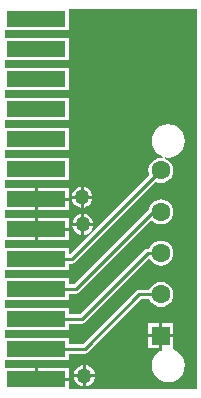
<source format=gtl>
G04*
G04 #@! TF.GenerationSoftware,Altium Limited,Altium Designer,20.0.9 (164)*
G04*
G04 Layer_Physical_Order=1*
G04 Layer_Color=255*
%FSLAX25Y25*%
%MOIN*%
G70*
G01*
G75*
%ADD10C,0.01000*%
%ADD13R,0.19685X0.05512*%
%ADD18R,0.06299X0.06299*%
%ADD19C,0.06299*%
%ADD20C,0.05000*%
G36*
X64000D02*
X21342D01*
Y2656D01*
X10500D01*
Y3156D01*
X10000D01*
Y6912D01*
X0D01*
Y9400D01*
X21342D01*
Y11626D01*
X26656D01*
X27241Y11743D01*
X27737Y12075D01*
X45469Y29807D01*
X48142D01*
X48375Y29243D01*
X49040Y28376D01*
X49907Y27711D01*
X50917Y27293D01*
X52000Y27150D01*
X53083Y27293D01*
X54093Y27711D01*
X54959Y28376D01*
X55625Y29243D01*
X56043Y30253D01*
X56185Y31336D01*
X56043Y32419D01*
X55625Y33428D01*
X54959Y34295D01*
X54093Y34960D01*
X53083Y35379D01*
X52000Y35521D01*
X50917Y35379D01*
X49907Y34960D01*
X49040Y34295D01*
X48375Y33428D01*
X48142Y32865D01*
X44836D01*
X44251Y32749D01*
X43754Y32417D01*
X26022Y14685D01*
X21342D01*
Y16912D01*
X0D01*
Y19400D01*
X21342D01*
Y21626D01*
X25656D01*
X26241Y21743D01*
X26737Y22074D01*
X47811Y43148D01*
X48314Y43093D01*
X48383Y43013D01*
X49040Y42156D01*
X49907Y41491D01*
X50917Y41073D01*
X52000Y40930D01*
X53083Y41073D01*
X54093Y41491D01*
X54959Y42156D01*
X55625Y43023D01*
X56043Y44032D01*
X56185Y45115D01*
X56043Y46199D01*
X55625Y47208D01*
X54959Y48075D01*
X54093Y48740D01*
X53083Y49158D01*
X52000Y49301D01*
X50917Y49158D01*
X49907Y48740D01*
X49040Y48075D01*
X48375Y47208D01*
X48142Y46645D01*
X47615D01*
X47030Y46528D01*
X46534Y46197D01*
X25022Y24685D01*
X21342D01*
Y26912D01*
X0D01*
Y29400D01*
X21342D01*
Y31626D01*
X23656D01*
X24241Y31743D01*
X24737Y32074D01*
X48625Y55963D01*
X49040Y55935D01*
X49907Y55270D01*
X50917Y54852D01*
X52000Y54710D01*
X53083Y54852D01*
X54093Y55270D01*
X54959Y55935D01*
X55625Y56802D01*
X56043Y57812D01*
X56185Y58895D01*
X56043Y59978D01*
X55625Y60988D01*
X54959Y61854D01*
X54093Y62520D01*
X53083Y62938D01*
X52000Y63080D01*
X50917Y62938D01*
X49907Y62520D01*
X49040Y61854D01*
X48375Y60988D01*
X47957Y59978D01*
X47903Y59566D01*
X23022Y34685D01*
X21342D01*
Y36912D01*
X0D01*
Y39400D01*
X21342D01*
Y41627D01*
X22481D01*
X23067Y41743D01*
X23563Y42074D01*
X50353Y68865D01*
X50917Y68632D01*
X52000Y68489D01*
X53083Y68632D01*
X54093Y69050D01*
X54959Y69715D01*
X55625Y70582D01*
X56043Y71591D01*
X56185Y72674D01*
X56043Y73758D01*
X55625Y74767D01*
X54959Y75634D01*
X54093Y76299D01*
X53423Y76577D01*
X53553Y77064D01*
X54480Y76942D01*
X55923Y77132D01*
X57268Y77689D01*
X58423Y78575D01*
X59309Y79729D01*
X59866Y81074D01*
X60056Y82517D01*
X59866Y83960D01*
X59309Y85305D01*
X58423Y86459D01*
X57268Y87345D01*
X55923Y87902D01*
X54480Y88092D01*
X53037Y87902D01*
X51693Y87345D01*
X50538Y86459D01*
X49652Y85305D01*
X49095Y83960D01*
X48905Y82517D01*
X49095Y81074D01*
X49652Y79729D01*
X50538Y78575D01*
X51693Y77689D01*
X52698Y77272D01*
X52567Y76785D01*
X52000Y76860D01*
X50917Y76717D01*
X49907Y76299D01*
X49040Y75634D01*
X48375Y74767D01*
X47957Y73758D01*
X47815Y72674D01*
X47957Y71591D01*
X48191Y71028D01*
X21848Y44685D01*
X21342D01*
Y46912D01*
X0D01*
Y49400D01*
X10000D01*
Y53156D01*
X10500D01*
D01*
X10000D01*
Y56912D01*
X0D01*
Y59400D01*
X10000D01*
Y63156D01*
Y66912D01*
X0D01*
Y69400D01*
X21342D01*
Y76912D01*
X0D01*
Y79400D01*
X21342D01*
Y86912D01*
X0D01*
Y89400D01*
X21342D01*
Y96912D01*
X0D01*
Y99400D01*
X21342D01*
Y106912D01*
X0D01*
Y109400D01*
X21342D01*
Y116912D01*
X0D01*
Y119400D01*
X21342D01*
Y126500D01*
X64000D01*
Y0D01*
D02*
G37*
%LPC*%
G36*
X26241Y67214D02*
Y64250D01*
X29206D01*
X29151Y64664D01*
X28798Y65515D01*
X28237Y66246D01*
X27506Y66807D01*
X26655Y67160D01*
X26241Y67214D01*
D02*
G37*
G36*
X25241D02*
X24827Y67160D01*
X23976Y66807D01*
X23245Y66246D01*
X22684Y65515D01*
X22331Y64664D01*
X22277Y64250D01*
X25241D01*
Y67214D01*
D02*
G37*
G36*
X21342Y66912D02*
X11000D01*
Y63656D01*
X21342D01*
Y66912D01*
D02*
G37*
G36*
X29206Y63250D02*
X26241D01*
Y60286D01*
X26655Y60340D01*
X27506Y60693D01*
X28237Y61254D01*
X28798Y61985D01*
X29151Y62836D01*
X29206Y63250D01*
D02*
G37*
G36*
X25241D02*
X22277D01*
X22331Y62836D01*
X22684Y61985D01*
X23245Y61254D01*
X23976Y60693D01*
X24827Y60340D01*
X25241Y60286D01*
Y63250D01*
D02*
G37*
G36*
X21342Y62656D02*
X11000D01*
Y59400D01*
X21342D01*
Y62656D01*
D02*
G37*
G36*
X26522Y58174D02*
Y55209D01*
X29487D01*
X29432Y55623D01*
X29080Y56475D01*
X28519Y57206D01*
X27788Y57767D01*
X26936Y58119D01*
X26522Y58174D01*
D02*
G37*
G36*
X25522D02*
X25109Y58119D01*
X24257Y57767D01*
X23526Y57206D01*
X22965Y56475D01*
X22613Y55623D01*
X22558Y55209D01*
X25522D01*
Y58174D01*
D02*
G37*
G36*
X21342Y56912D02*
X11000D01*
Y53656D01*
X21342D01*
Y56912D01*
D02*
G37*
G36*
X29487Y54210D02*
X26522D01*
Y51245D01*
X26936Y51300D01*
X27788Y51652D01*
X28519Y52213D01*
X29080Y52944D01*
X29432Y53796D01*
X29487Y54210D01*
D02*
G37*
G36*
X25522D02*
X22558D01*
X22613Y53796D01*
X22965Y52944D01*
X23526Y52213D01*
X24257Y51652D01*
X25109Y51300D01*
X25522Y51245D01*
Y54210D01*
D02*
G37*
G36*
X21342Y52656D02*
X11000D01*
Y49400D01*
X21342D01*
Y52656D01*
D02*
G37*
G36*
X56150Y21706D02*
X52500D01*
Y18056D01*
X56150D01*
Y21706D01*
D02*
G37*
G36*
X51500D02*
X47850D01*
Y18056D01*
X51500D01*
Y21706D01*
D02*
G37*
G36*
Y17056D02*
X47850D01*
Y13407D01*
X51500D01*
Y17056D01*
D02*
G37*
G36*
X27022Y7736D02*
Y4772D01*
X29987D01*
X29932Y5185D01*
X29580Y6037D01*
X29019Y6768D01*
X28288Y7329D01*
X27436Y7681D01*
X27022Y7736D01*
D02*
G37*
G36*
X26022D02*
X25609Y7681D01*
X24757Y7329D01*
X24026Y6768D01*
X23465Y6037D01*
X23112Y5185D01*
X23058Y4772D01*
X26022D01*
Y7736D01*
D02*
G37*
G36*
X21342Y6912D02*
X11000D01*
Y3656D01*
X21342D01*
Y6912D01*
D02*
G37*
G36*
X56150Y17056D02*
X52500D01*
Y13273D01*
X52573Y12907D01*
X51693Y12542D01*
X50538Y11656D01*
X49652Y10501D01*
X49095Y9157D01*
X48905Y7714D01*
X49095Y6271D01*
X49652Y4926D01*
X50538Y3771D01*
X51693Y2885D01*
X53037Y2328D01*
X54480Y2138D01*
X55923Y2328D01*
X57268Y2885D01*
X58423Y3771D01*
X59309Y4926D01*
X59866Y6271D01*
X60056Y7714D01*
X59866Y9157D01*
X59309Y10501D01*
X58423Y11656D01*
X57268Y12542D01*
X56269Y12956D01*
X56150Y13407D01*
X56150Y13546D01*
Y17056D01*
D02*
G37*
G36*
X29987Y3771D02*
X27022D01*
Y807D01*
X27436Y862D01*
X28288Y1214D01*
X29019Y1775D01*
X29580Y2506D01*
X29932Y3358D01*
X29987Y3771D01*
D02*
G37*
G36*
X26022D02*
X23058D01*
X23112Y3358D01*
X23465Y2506D01*
X24026Y1775D01*
X24757Y1214D01*
X25609Y862D01*
X26022Y807D01*
Y3771D01*
D02*
G37*
%LPD*%
D10*
X49395Y58895D02*
X52000D01*
X23656Y33156D02*
X49395Y58895D01*
X10500Y33156D02*
X23656D01*
X44836Y31336D02*
X52000D01*
X26656Y13156D02*
X44836Y31336D01*
X10500Y13156D02*
X26656D01*
X22481Y43156D02*
X52000Y72674D01*
X10500Y43156D02*
X22481D01*
X25656Y23156D02*
X47615Y45115D01*
X10500Y23156D02*
X25656D01*
X47615Y45115D02*
X52000D01*
D13*
X10500Y123156D02*
D03*
Y113156D02*
D03*
Y103156D02*
D03*
Y93156D02*
D03*
Y83156D02*
D03*
Y73156D02*
D03*
Y63156D02*
D03*
Y53156D02*
D03*
Y43156D02*
D03*
Y33156D02*
D03*
Y23156D02*
D03*
Y13156D02*
D03*
Y3156D02*
D03*
D18*
X52000Y17556D02*
D03*
D19*
Y31336D02*
D03*
Y45115D02*
D03*
Y58895D02*
D03*
Y72674D02*
D03*
D20*
X26522Y4272D02*
D03*
X26022Y54710D02*
D03*
X25741Y63750D02*
D03*
M02*

</source>
